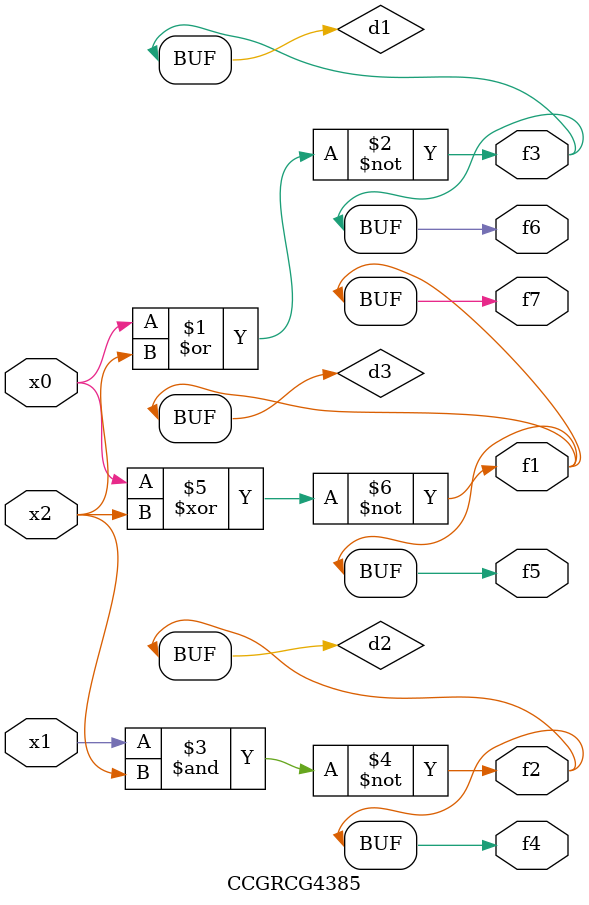
<source format=v>
module CCGRCG4385(
	input x0, x1, x2,
	output f1, f2, f3, f4, f5, f6, f7
);

	wire d1, d2, d3;

	nor (d1, x0, x2);
	nand (d2, x1, x2);
	xnor (d3, x0, x2);
	assign f1 = d3;
	assign f2 = d2;
	assign f3 = d1;
	assign f4 = d2;
	assign f5 = d3;
	assign f6 = d1;
	assign f7 = d3;
endmodule

</source>
